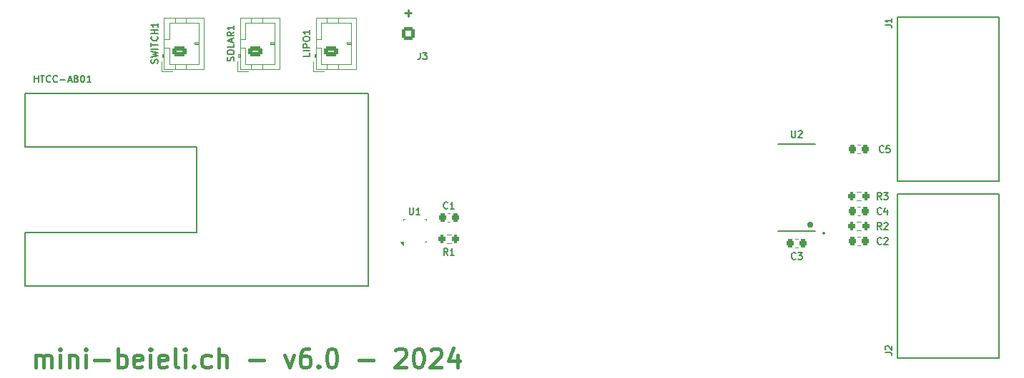
<source format=gbr>
G04 #@! TF.GenerationSoftware,KiCad,Pcbnew,8.0.3*
G04 #@! TF.CreationDate,2024-07-15T20:50:50+02:00*
G04 #@! TF.ProjectId,mini-beieli-pcb-cubecell,6d696e69-2d62-4656-9965-6c692d706362,rev?*
G04 #@! TF.SameCoordinates,Original*
G04 #@! TF.FileFunction,Legend,Top*
G04 #@! TF.FilePolarity,Positive*
%FSLAX46Y46*%
G04 Gerber Fmt 4.6, Leading zero omitted, Abs format (unit mm)*
G04 Created by KiCad (PCBNEW 8.0.3) date 2024-07-15 20:50:50*
%MOMM*%
%LPD*%
G01*
G04 APERTURE LIST*
G04 Aperture macros list*
%AMRoundRect*
0 Rectangle with rounded corners*
0 $1 Rounding radius*
0 $2 $3 $4 $5 $6 $7 $8 $9 X,Y pos of 4 corners*
0 Add a 4 corners polygon primitive as box body*
4,1,4,$2,$3,$4,$5,$6,$7,$8,$9,$2,$3,0*
0 Add four circle primitives for the rounded corners*
1,1,$1+$1,$2,$3*
1,1,$1+$1,$4,$5*
1,1,$1+$1,$6,$7*
1,1,$1+$1,$8,$9*
0 Add four rect primitives between the rounded corners*
20,1,$1+$1,$2,$3,$4,$5,0*
20,1,$1+$1,$4,$5,$6,$7,0*
20,1,$1+$1,$6,$7,$8,$9,0*
20,1,$1+$1,$8,$9,$2,$3,0*%
G04 Aperture macros list end*
%ADD10C,0.400000*%
%ADD11C,0.250000*%
%ADD12C,0.150000*%
%ADD13C,0.120000*%
%ADD14C,0.127000*%
%ADD15C,0.100000*%
%ADD16C,0.200000*%
%ADD17C,0.300000*%
%ADD18RoundRect,0.225000X-0.225000X-0.250000X0.225000X-0.250000X0.225000X0.250000X-0.225000X0.250000X0*%
%ADD19C,2.400000*%
%ADD20C,2.850000*%
%ADD21C,2.000000*%
%ADD22RoundRect,0.200000X-0.200000X-0.275000X0.200000X-0.275000X0.200000X0.275000X-0.200000X0.275000X0*%
%ADD23RoundRect,0.250000X0.625000X-0.350000X0.625000X0.350000X-0.625000X0.350000X-0.625000X-0.350000X0*%
%ADD24O,1.750000X1.200000*%
%ADD25R,0.500000X0.350000*%
%ADD26R,1.800000X1.800000*%
%ADD27C,1.800000*%
%ADD28R,1.800000X0.640000*%
%ADD29RoundRect,0.250000X-0.550000X-0.550000X0.550000X-0.550000X0.550000X0.550000X-0.550000X0.550000X0*%
%ADD30C,1.600000*%
G04 APERTURE END LIST*
D10*
X42961906Y-78466961D02*
X42961906Y-77000295D01*
X42961906Y-77209819D02*
X43066668Y-77105057D01*
X43066668Y-77105057D02*
X43276192Y-77000295D01*
X43276192Y-77000295D02*
X43590477Y-77000295D01*
X43590477Y-77000295D02*
X43800001Y-77105057D01*
X43800001Y-77105057D02*
X43904763Y-77314580D01*
X43904763Y-77314580D02*
X43904763Y-78466961D01*
X43904763Y-77314580D02*
X44009525Y-77105057D01*
X44009525Y-77105057D02*
X44219049Y-77000295D01*
X44219049Y-77000295D02*
X44533335Y-77000295D01*
X44533335Y-77000295D02*
X44742858Y-77105057D01*
X44742858Y-77105057D02*
X44847620Y-77314580D01*
X44847620Y-77314580D02*
X44847620Y-78466961D01*
X45895239Y-78466961D02*
X45895239Y-77000295D01*
X45895239Y-76266961D02*
X45790477Y-76371723D01*
X45790477Y-76371723D02*
X45895239Y-76476485D01*
X45895239Y-76476485D02*
X46000001Y-76371723D01*
X46000001Y-76371723D02*
X45895239Y-76266961D01*
X45895239Y-76266961D02*
X45895239Y-76476485D01*
X46942858Y-77000295D02*
X46942858Y-78466961D01*
X46942858Y-77209819D02*
X47047620Y-77105057D01*
X47047620Y-77105057D02*
X47257144Y-77000295D01*
X47257144Y-77000295D02*
X47571429Y-77000295D01*
X47571429Y-77000295D02*
X47780953Y-77105057D01*
X47780953Y-77105057D02*
X47885715Y-77314580D01*
X47885715Y-77314580D02*
X47885715Y-78466961D01*
X48933334Y-78466961D02*
X48933334Y-77000295D01*
X48933334Y-76266961D02*
X48828572Y-76371723D01*
X48828572Y-76371723D02*
X48933334Y-76476485D01*
X48933334Y-76476485D02*
X49038096Y-76371723D01*
X49038096Y-76371723D02*
X48933334Y-76266961D01*
X48933334Y-76266961D02*
X48933334Y-76476485D01*
X49980953Y-77628866D02*
X51657144Y-77628866D01*
X52704763Y-78466961D02*
X52704763Y-76266961D01*
X52704763Y-77105057D02*
X52914287Y-77000295D01*
X52914287Y-77000295D02*
X53333334Y-77000295D01*
X53333334Y-77000295D02*
X53542858Y-77105057D01*
X53542858Y-77105057D02*
X53647620Y-77209819D01*
X53647620Y-77209819D02*
X53752382Y-77419342D01*
X53752382Y-77419342D02*
X53752382Y-78047914D01*
X53752382Y-78047914D02*
X53647620Y-78257438D01*
X53647620Y-78257438D02*
X53542858Y-78362200D01*
X53542858Y-78362200D02*
X53333334Y-78466961D01*
X53333334Y-78466961D02*
X52914287Y-78466961D01*
X52914287Y-78466961D02*
X52704763Y-78362200D01*
X55533334Y-78362200D02*
X55323810Y-78466961D01*
X55323810Y-78466961D02*
X54904763Y-78466961D01*
X54904763Y-78466961D02*
X54695239Y-78362200D01*
X54695239Y-78362200D02*
X54590477Y-78152676D01*
X54590477Y-78152676D02*
X54590477Y-77314580D01*
X54590477Y-77314580D02*
X54695239Y-77105057D01*
X54695239Y-77105057D02*
X54904763Y-77000295D01*
X54904763Y-77000295D02*
X55323810Y-77000295D01*
X55323810Y-77000295D02*
X55533334Y-77105057D01*
X55533334Y-77105057D02*
X55638096Y-77314580D01*
X55638096Y-77314580D02*
X55638096Y-77524104D01*
X55638096Y-77524104D02*
X54590477Y-77733628D01*
X56580953Y-78466961D02*
X56580953Y-77000295D01*
X56580953Y-76266961D02*
X56476191Y-76371723D01*
X56476191Y-76371723D02*
X56580953Y-76476485D01*
X56580953Y-76476485D02*
X56685715Y-76371723D01*
X56685715Y-76371723D02*
X56580953Y-76266961D01*
X56580953Y-76266961D02*
X56580953Y-76476485D01*
X58466667Y-78362200D02*
X58257143Y-78466961D01*
X58257143Y-78466961D02*
X57838096Y-78466961D01*
X57838096Y-78466961D02*
X57628572Y-78362200D01*
X57628572Y-78362200D02*
X57523810Y-78152676D01*
X57523810Y-78152676D02*
X57523810Y-77314580D01*
X57523810Y-77314580D02*
X57628572Y-77105057D01*
X57628572Y-77105057D02*
X57838096Y-77000295D01*
X57838096Y-77000295D02*
X58257143Y-77000295D01*
X58257143Y-77000295D02*
X58466667Y-77105057D01*
X58466667Y-77105057D02*
X58571429Y-77314580D01*
X58571429Y-77314580D02*
X58571429Y-77524104D01*
X58571429Y-77524104D02*
X57523810Y-77733628D01*
X59828572Y-78466961D02*
X59619048Y-78362200D01*
X59619048Y-78362200D02*
X59514286Y-78152676D01*
X59514286Y-78152676D02*
X59514286Y-76266961D01*
X60666667Y-78466961D02*
X60666667Y-77000295D01*
X60666667Y-76266961D02*
X60561905Y-76371723D01*
X60561905Y-76371723D02*
X60666667Y-76476485D01*
X60666667Y-76476485D02*
X60771429Y-76371723D01*
X60771429Y-76371723D02*
X60666667Y-76266961D01*
X60666667Y-76266961D02*
X60666667Y-76476485D01*
X61714286Y-78257438D02*
X61819048Y-78362200D01*
X61819048Y-78362200D02*
X61714286Y-78466961D01*
X61714286Y-78466961D02*
X61609524Y-78362200D01*
X61609524Y-78362200D02*
X61714286Y-78257438D01*
X61714286Y-78257438D02*
X61714286Y-78466961D01*
X63704762Y-78362200D02*
X63495238Y-78466961D01*
X63495238Y-78466961D02*
X63076191Y-78466961D01*
X63076191Y-78466961D02*
X62866667Y-78362200D01*
X62866667Y-78362200D02*
X62761905Y-78257438D01*
X62761905Y-78257438D02*
X62657143Y-78047914D01*
X62657143Y-78047914D02*
X62657143Y-77419342D01*
X62657143Y-77419342D02*
X62761905Y-77209819D01*
X62761905Y-77209819D02*
X62866667Y-77105057D01*
X62866667Y-77105057D02*
X63076191Y-77000295D01*
X63076191Y-77000295D02*
X63495238Y-77000295D01*
X63495238Y-77000295D02*
X63704762Y-77105057D01*
X64647619Y-78466961D02*
X64647619Y-76266961D01*
X65590476Y-78466961D02*
X65590476Y-77314580D01*
X65590476Y-77314580D02*
X65485714Y-77105057D01*
X65485714Y-77105057D02*
X65276190Y-77000295D01*
X65276190Y-77000295D02*
X64961905Y-77000295D01*
X64961905Y-77000295D02*
X64752381Y-77105057D01*
X64752381Y-77105057D02*
X64647619Y-77209819D01*
X68314285Y-77628866D02*
X69990476Y-77628866D01*
X72504761Y-77000295D02*
X73028571Y-78466961D01*
X73028571Y-78466961D02*
X73552380Y-77000295D01*
X75333332Y-76266961D02*
X74914285Y-76266961D01*
X74914285Y-76266961D02*
X74704761Y-76371723D01*
X74704761Y-76371723D02*
X74599999Y-76476485D01*
X74599999Y-76476485D02*
X74390475Y-76790771D01*
X74390475Y-76790771D02*
X74285713Y-77209819D01*
X74285713Y-77209819D02*
X74285713Y-78047914D01*
X74285713Y-78047914D02*
X74390475Y-78257438D01*
X74390475Y-78257438D02*
X74495237Y-78362200D01*
X74495237Y-78362200D02*
X74704761Y-78466961D01*
X74704761Y-78466961D02*
X75123808Y-78466961D01*
X75123808Y-78466961D02*
X75333332Y-78362200D01*
X75333332Y-78362200D02*
X75438094Y-78257438D01*
X75438094Y-78257438D02*
X75542856Y-78047914D01*
X75542856Y-78047914D02*
X75542856Y-77524104D01*
X75542856Y-77524104D02*
X75438094Y-77314580D01*
X75438094Y-77314580D02*
X75333332Y-77209819D01*
X75333332Y-77209819D02*
X75123808Y-77105057D01*
X75123808Y-77105057D02*
X74704761Y-77105057D01*
X74704761Y-77105057D02*
X74495237Y-77209819D01*
X74495237Y-77209819D02*
X74390475Y-77314580D01*
X74390475Y-77314580D02*
X74285713Y-77524104D01*
X76485713Y-78257438D02*
X76590475Y-78362200D01*
X76590475Y-78362200D02*
X76485713Y-78466961D01*
X76485713Y-78466961D02*
X76380951Y-78362200D01*
X76380951Y-78362200D02*
X76485713Y-78257438D01*
X76485713Y-78257438D02*
X76485713Y-78466961D01*
X77952380Y-76266961D02*
X78161903Y-76266961D01*
X78161903Y-76266961D02*
X78371427Y-76371723D01*
X78371427Y-76371723D02*
X78476189Y-76476485D01*
X78476189Y-76476485D02*
X78580951Y-76686009D01*
X78580951Y-76686009D02*
X78685713Y-77105057D01*
X78685713Y-77105057D02*
X78685713Y-77628866D01*
X78685713Y-77628866D02*
X78580951Y-78047914D01*
X78580951Y-78047914D02*
X78476189Y-78257438D01*
X78476189Y-78257438D02*
X78371427Y-78362200D01*
X78371427Y-78362200D02*
X78161903Y-78466961D01*
X78161903Y-78466961D02*
X77952380Y-78466961D01*
X77952380Y-78466961D02*
X77742856Y-78362200D01*
X77742856Y-78362200D02*
X77638094Y-78257438D01*
X77638094Y-78257438D02*
X77533332Y-78047914D01*
X77533332Y-78047914D02*
X77428570Y-77628866D01*
X77428570Y-77628866D02*
X77428570Y-77105057D01*
X77428570Y-77105057D02*
X77533332Y-76686009D01*
X77533332Y-76686009D02*
X77638094Y-76476485D01*
X77638094Y-76476485D02*
X77742856Y-76371723D01*
X77742856Y-76371723D02*
X77952380Y-76266961D01*
X81304760Y-77628866D02*
X82980951Y-77628866D01*
X85599998Y-76476485D02*
X85704760Y-76371723D01*
X85704760Y-76371723D02*
X85914284Y-76266961D01*
X85914284Y-76266961D02*
X86438093Y-76266961D01*
X86438093Y-76266961D02*
X86647617Y-76371723D01*
X86647617Y-76371723D02*
X86752379Y-76476485D01*
X86752379Y-76476485D02*
X86857141Y-76686009D01*
X86857141Y-76686009D02*
X86857141Y-76895533D01*
X86857141Y-76895533D02*
X86752379Y-77209819D01*
X86752379Y-77209819D02*
X85495236Y-78466961D01*
X85495236Y-78466961D02*
X86857141Y-78466961D01*
X88219046Y-76266961D02*
X88428569Y-76266961D01*
X88428569Y-76266961D02*
X88638093Y-76371723D01*
X88638093Y-76371723D02*
X88742855Y-76476485D01*
X88742855Y-76476485D02*
X88847617Y-76686009D01*
X88847617Y-76686009D02*
X88952379Y-77105057D01*
X88952379Y-77105057D02*
X88952379Y-77628866D01*
X88952379Y-77628866D02*
X88847617Y-78047914D01*
X88847617Y-78047914D02*
X88742855Y-78257438D01*
X88742855Y-78257438D02*
X88638093Y-78362200D01*
X88638093Y-78362200D02*
X88428569Y-78466961D01*
X88428569Y-78466961D02*
X88219046Y-78466961D01*
X88219046Y-78466961D02*
X88009522Y-78362200D01*
X88009522Y-78362200D02*
X87904760Y-78257438D01*
X87904760Y-78257438D02*
X87799998Y-78047914D01*
X87799998Y-78047914D02*
X87695236Y-77628866D01*
X87695236Y-77628866D02*
X87695236Y-77105057D01*
X87695236Y-77105057D02*
X87799998Y-76686009D01*
X87799998Y-76686009D02*
X87904760Y-76476485D01*
X87904760Y-76476485D02*
X88009522Y-76371723D01*
X88009522Y-76371723D02*
X88219046Y-76266961D01*
X89790474Y-76476485D02*
X89895236Y-76371723D01*
X89895236Y-76371723D02*
X90104760Y-76266961D01*
X90104760Y-76266961D02*
X90628569Y-76266961D01*
X90628569Y-76266961D02*
X90838093Y-76371723D01*
X90838093Y-76371723D02*
X90942855Y-76476485D01*
X90942855Y-76476485D02*
X91047617Y-76686009D01*
X91047617Y-76686009D02*
X91047617Y-76895533D01*
X91047617Y-76895533D02*
X90942855Y-77209819D01*
X90942855Y-77209819D02*
X89685712Y-78466961D01*
X89685712Y-78466961D02*
X91047617Y-78466961D01*
X92933331Y-77000295D02*
X92933331Y-78466961D01*
X92409522Y-76162200D02*
X91885712Y-77733628D01*
X91885712Y-77733628D02*
X93247617Y-77733628D01*
D11*
X86719048Y-36423666D02*
X87480953Y-36423666D01*
X87100000Y-36804619D02*
X87100000Y-36042714D01*
D12*
X143122667Y-63786104D02*
X143084571Y-63824200D01*
X143084571Y-63824200D02*
X142970286Y-63862295D01*
X142970286Y-63862295D02*
X142894095Y-63862295D01*
X142894095Y-63862295D02*
X142779809Y-63824200D01*
X142779809Y-63824200D02*
X142703619Y-63748009D01*
X142703619Y-63748009D02*
X142665524Y-63671819D01*
X142665524Y-63671819D02*
X142627428Y-63519438D01*
X142627428Y-63519438D02*
X142627428Y-63405152D01*
X142627428Y-63405152D02*
X142665524Y-63252771D01*
X142665524Y-63252771D02*
X142703619Y-63176580D01*
X142703619Y-63176580D02*
X142779809Y-63100390D01*
X142779809Y-63100390D02*
X142894095Y-63062295D01*
X142894095Y-63062295D02*
X142970286Y-63062295D01*
X142970286Y-63062295D02*
X143084571Y-63100390D01*
X143084571Y-63100390D02*
X143122667Y-63138485D01*
X143427428Y-63138485D02*
X143465524Y-63100390D01*
X143465524Y-63100390D02*
X143541714Y-63062295D01*
X143541714Y-63062295D02*
X143732190Y-63062295D01*
X143732190Y-63062295D02*
X143808381Y-63100390D01*
X143808381Y-63100390D02*
X143846476Y-63138485D01*
X143846476Y-63138485D02*
X143884571Y-63214676D01*
X143884571Y-63214676D02*
X143884571Y-63290866D01*
X143884571Y-63290866D02*
X143846476Y-63405152D01*
X143846476Y-63405152D02*
X143389333Y-63862295D01*
X143389333Y-63862295D02*
X143884571Y-63862295D01*
X143580295Y-37858666D02*
X144151723Y-37858666D01*
X144151723Y-37858666D02*
X144266009Y-37896761D01*
X144266009Y-37896761D02*
X144342200Y-37972952D01*
X144342200Y-37972952D02*
X144380295Y-38087237D01*
X144380295Y-38087237D02*
X144380295Y-38163428D01*
X144380295Y-37058666D02*
X144380295Y-37515809D01*
X144380295Y-37287237D02*
X143580295Y-37287237D01*
X143580295Y-37287237D02*
X143694580Y-37363428D01*
X143694580Y-37363428D02*
X143770771Y-37439618D01*
X143770771Y-37439618D02*
X143808866Y-37515809D01*
X143580295Y-76720666D02*
X144151723Y-76720666D01*
X144151723Y-76720666D02*
X144266009Y-76758761D01*
X144266009Y-76758761D02*
X144342200Y-76834952D01*
X144342200Y-76834952D02*
X144380295Y-76949237D01*
X144380295Y-76949237D02*
X144380295Y-77025428D01*
X143656485Y-76377809D02*
X143618390Y-76339713D01*
X143618390Y-76339713D02*
X143580295Y-76263523D01*
X143580295Y-76263523D02*
X143580295Y-76073047D01*
X143580295Y-76073047D02*
X143618390Y-75996856D01*
X143618390Y-75996856D02*
X143656485Y-75958761D01*
X143656485Y-75958761D02*
X143732676Y-75920666D01*
X143732676Y-75920666D02*
X143808866Y-75920666D01*
X143808866Y-75920666D02*
X143923152Y-75958761D01*
X143923152Y-75958761D02*
X144380295Y-76415904D01*
X144380295Y-76415904D02*
X144380295Y-75920666D01*
X143122667Y-62084295D02*
X142856000Y-61703342D01*
X142665524Y-62084295D02*
X142665524Y-61284295D01*
X142665524Y-61284295D02*
X142970286Y-61284295D01*
X142970286Y-61284295D02*
X143046476Y-61322390D01*
X143046476Y-61322390D02*
X143084571Y-61360485D01*
X143084571Y-61360485D02*
X143122667Y-61436676D01*
X143122667Y-61436676D02*
X143122667Y-61550961D01*
X143122667Y-61550961D02*
X143084571Y-61627152D01*
X143084571Y-61627152D02*
X143046476Y-61665247D01*
X143046476Y-61665247D02*
X142970286Y-61703342D01*
X142970286Y-61703342D02*
X142665524Y-61703342D01*
X143427428Y-61360485D02*
X143465524Y-61322390D01*
X143465524Y-61322390D02*
X143541714Y-61284295D01*
X143541714Y-61284295D02*
X143732190Y-61284295D01*
X143732190Y-61284295D02*
X143808381Y-61322390D01*
X143808381Y-61322390D02*
X143846476Y-61360485D01*
X143846476Y-61360485D02*
X143884571Y-61436676D01*
X143884571Y-61436676D02*
X143884571Y-61512866D01*
X143884571Y-61512866D02*
X143846476Y-61627152D01*
X143846476Y-61627152D02*
X143389333Y-62084295D01*
X143389333Y-62084295D02*
X143884571Y-62084295D01*
X66424200Y-42095238D02*
X66462295Y-41980952D01*
X66462295Y-41980952D02*
X66462295Y-41790476D01*
X66462295Y-41790476D02*
X66424200Y-41714285D01*
X66424200Y-41714285D02*
X66386104Y-41676190D01*
X66386104Y-41676190D02*
X66309914Y-41638095D01*
X66309914Y-41638095D02*
X66233723Y-41638095D01*
X66233723Y-41638095D02*
X66157533Y-41676190D01*
X66157533Y-41676190D02*
X66119438Y-41714285D01*
X66119438Y-41714285D02*
X66081342Y-41790476D01*
X66081342Y-41790476D02*
X66043247Y-41942857D01*
X66043247Y-41942857D02*
X66005152Y-42019047D01*
X66005152Y-42019047D02*
X65967057Y-42057142D01*
X65967057Y-42057142D02*
X65890866Y-42095238D01*
X65890866Y-42095238D02*
X65814676Y-42095238D01*
X65814676Y-42095238D02*
X65738485Y-42057142D01*
X65738485Y-42057142D02*
X65700390Y-42019047D01*
X65700390Y-42019047D02*
X65662295Y-41942857D01*
X65662295Y-41942857D02*
X65662295Y-41752380D01*
X65662295Y-41752380D02*
X65700390Y-41638095D01*
X65662295Y-41142856D02*
X65662295Y-40990475D01*
X65662295Y-40990475D02*
X65700390Y-40914285D01*
X65700390Y-40914285D02*
X65776580Y-40838094D01*
X65776580Y-40838094D02*
X65928961Y-40799999D01*
X65928961Y-40799999D02*
X66195628Y-40799999D01*
X66195628Y-40799999D02*
X66348009Y-40838094D01*
X66348009Y-40838094D02*
X66424200Y-40914285D01*
X66424200Y-40914285D02*
X66462295Y-40990475D01*
X66462295Y-40990475D02*
X66462295Y-41142856D01*
X66462295Y-41142856D02*
X66424200Y-41219047D01*
X66424200Y-41219047D02*
X66348009Y-41295237D01*
X66348009Y-41295237D02*
X66195628Y-41333333D01*
X66195628Y-41333333D02*
X65928961Y-41333333D01*
X65928961Y-41333333D02*
X65776580Y-41295237D01*
X65776580Y-41295237D02*
X65700390Y-41219047D01*
X65700390Y-41219047D02*
X65662295Y-41142856D01*
X66462295Y-40076190D02*
X66462295Y-40457142D01*
X66462295Y-40457142D02*
X65662295Y-40457142D01*
X66233723Y-39847619D02*
X66233723Y-39466666D01*
X66462295Y-39923809D02*
X65662295Y-39657142D01*
X65662295Y-39657142D02*
X66462295Y-39390476D01*
X66462295Y-38666666D02*
X66081342Y-38933333D01*
X66462295Y-39123809D02*
X65662295Y-39123809D01*
X65662295Y-39123809D02*
X65662295Y-38819047D01*
X65662295Y-38819047D02*
X65700390Y-38742857D01*
X65700390Y-38742857D02*
X65738485Y-38704762D01*
X65738485Y-38704762D02*
X65814676Y-38666666D01*
X65814676Y-38666666D02*
X65928961Y-38666666D01*
X65928961Y-38666666D02*
X66005152Y-38704762D01*
X66005152Y-38704762D02*
X66043247Y-38742857D01*
X66043247Y-38742857D02*
X66081342Y-38819047D01*
X66081342Y-38819047D02*
X66081342Y-39123809D01*
X66462295Y-37904762D02*
X66462295Y-38361905D01*
X66462295Y-38133333D02*
X65662295Y-38133333D01*
X65662295Y-38133333D02*
X65776580Y-38209524D01*
X65776580Y-38209524D02*
X65852771Y-38285714D01*
X65852771Y-38285714D02*
X65890866Y-38361905D01*
X143376667Y-52864104D02*
X143338571Y-52902200D01*
X143338571Y-52902200D02*
X143224286Y-52940295D01*
X143224286Y-52940295D02*
X143148095Y-52940295D01*
X143148095Y-52940295D02*
X143033809Y-52902200D01*
X143033809Y-52902200D02*
X142957619Y-52826009D01*
X142957619Y-52826009D02*
X142919524Y-52749819D01*
X142919524Y-52749819D02*
X142881428Y-52597438D01*
X142881428Y-52597438D02*
X142881428Y-52483152D01*
X142881428Y-52483152D02*
X142919524Y-52330771D01*
X142919524Y-52330771D02*
X142957619Y-52254580D01*
X142957619Y-52254580D02*
X143033809Y-52178390D01*
X143033809Y-52178390D02*
X143148095Y-52140295D01*
X143148095Y-52140295D02*
X143224286Y-52140295D01*
X143224286Y-52140295D02*
X143338571Y-52178390D01*
X143338571Y-52178390D02*
X143376667Y-52216485D01*
X144100476Y-52140295D02*
X143719524Y-52140295D01*
X143719524Y-52140295D02*
X143681428Y-52521247D01*
X143681428Y-52521247D02*
X143719524Y-52483152D01*
X143719524Y-52483152D02*
X143795714Y-52445057D01*
X143795714Y-52445057D02*
X143986190Y-52445057D01*
X143986190Y-52445057D02*
X144062381Y-52483152D01*
X144062381Y-52483152D02*
X144100476Y-52521247D01*
X144100476Y-52521247D02*
X144138571Y-52597438D01*
X144138571Y-52597438D02*
X144138571Y-52787914D01*
X144138571Y-52787914D02*
X144100476Y-52864104D01*
X144100476Y-52864104D02*
X144062381Y-52902200D01*
X144062381Y-52902200D02*
X143986190Y-52940295D01*
X143986190Y-52940295D02*
X143795714Y-52940295D01*
X143795714Y-52940295D02*
X143719524Y-52902200D01*
X143719524Y-52902200D02*
X143681428Y-52864104D01*
X143122667Y-60230104D02*
X143084571Y-60268200D01*
X143084571Y-60268200D02*
X142970286Y-60306295D01*
X142970286Y-60306295D02*
X142894095Y-60306295D01*
X142894095Y-60306295D02*
X142779809Y-60268200D01*
X142779809Y-60268200D02*
X142703619Y-60192009D01*
X142703619Y-60192009D02*
X142665524Y-60115819D01*
X142665524Y-60115819D02*
X142627428Y-59963438D01*
X142627428Y-59963438D02*
X142627428Y-59849152D01*
X142627428Y-59849152D02*
X142665524Y-59696771D01*
X142665524Y-59696771D02*
X142703619Y-59620580D01*
X142703619Y-59620580D02*
X142779809Y-59544390D01*
X142779809Y-59544390D02*
X142894095Y-59506295D01*
X142894095Y-59506295D02*
X142970286Y-59506295D01*
X142970286Y-59506295D02*
X143084571Y-59544390D01*
X143084571Y-59544390D02*
X143122667Y-59582485D01*
X143808381Y-59772961D02*
X143808381Y-60306295D01*
X143617905Y-59468200D02*
X143427428Y-60039628D01*
X143427428Y-60039628D02*
X143922667Y-60039628D01*
X143122667Y-58528295D02*
X142856000Y-58147342D01*
X142665524Y-58528295D02*
X142665524Y-57728295D01*
X142665524Y-57728295D02*
X142970286Y-57728295D01*
X142970286Y-57728295D02*
X143046476Y-57766390D01*
X143046476Y-57766390D02*
X143084571Y-57804485D01*
X143084571Y-57804485D02*
X143122667Y-57880676D01*
X143122667Y-57880676D02*
X143122667Y-57994961D01*
X143122667Y-57994961D02*
X143084571Y-58071152D01*
X143084571Y-58071152D02*
X143046476Y-58109247D01*
X143046476Y-58109247D02*
X142970286Y-58147342D01*
X142970286Y-58147342D02*
X142665524Y-58147342D01*
X143389333Y-57728295D02*
X143884571Y-57728295D01*
X143884571Y-57728295D02*
X143617905Y-58033057D01*
X143617905Y-58033057D02*
X143732190Y-58033057D01*
X143732190Y-58033057D02*
X143808381Y-58071152D01*
X143808381Y-58071152D02*
X143846476Y-58109247D01*
X143846476Y-58109247D02*
X143884571Y-58185438D01*
X143884571Y-58185438D02*
X143884571Y-58375914D01*
X143884571Y-58375914D02*
X143846476Y-58452104D01*
X143846476Y-58452104D02*
X143808381Y-58490200D01*
X143808381Y-58490200D02*
X143732190Y-58528295D01*
X143732190Y-58528295D02*
X143503619Y-58528295D01*
X143503619Y-58528295D02*
X143427428Y-58490200D01*
X143427428Y-58490200D02*
X143389333Y-58452104D01*
X132962667Y-65564104D02*
X132924571Y-65602200D01*
X132924571Y-65602200D02*
X132810286Y-65640295D01*
X132810286Y-65640295D02*
X132734095Y-65640295D01*
X132734095Y-65640295D02*
X132619809Y-65602200D01*
X132619809Y-65602200D02*
X132543619Y-65526009D01*
X132543619Y-65526009D02*
X132505524Y-65449819D01*
X132505524Y-65449819D02*
X132467428Y-65297438D01*
X132467428Y-65297438D02*
X132467428Y-65183152D01*
X132467428Y-65183152D02*
X132505524Y-65030771D01*
X132505524Y-65030771D02*
X132543619Y-64954580D01*
X132543619Y-64954580D02*
X132619809Y-64878390D01*
X132619809Y-64878390D02*
X132734095Y-64840295D01*
X132734095Y-64840295D02*
X132810286Y-64840295D01*
X132810286Y-64840295D02*
X132924571Y-64878390D01*
X132924571Y-64878390D02*
X132962667Y-64916485D01*
X133229333Y-64840295D02*
X133724571Y-64840295D01*
X133724571Y-64840295D02*
X133457905Y-65145057D01*
X133457905Y-65145057D02*
X133572190Y-65145057D01*
X133572190Y-65145057D02*
X133648381Y-65183152D01*
X133648381Y-65183152D02*
X133686476Y-65221247D01*
X133686476Y-65221247D02*
X133724571Y-65297438D01*
X133724571Y-65297438D02*
X133724571Y-65487914D01*
X133724571Y-65487914D02*
X133686476Y-65564104D01*
X133686476Y-65564104D02*
X133648381Y-65602200D01*
X133648381Y-65602200D02*
X133572190Y-65640295D01*
X133572190Y-65640295D02*
X133343619Y-65640295D01*
X133343619Y-65640295D02*
X133267428Y-65602200D01*
X133267428Y-65602200D02*
X133229333Y-65564104D01*
X91782667Y-59578104D02*
X91744571Y-59616200D01*
X91744571Y-59616200D02*
X91630286Y-59654295D01*
X91630286Y-59654295D02*
X91554095Y-59654295D01*
X91554095Y-59654295D02*
X91439809Y-59616200D01*
X91439809Y-59616200D02*
X91363619Y-59540009D01*
X91363619Y-59540009D02*
X91325524Y-59463819D01*
X91325524Y-59463819D02*
X91287428Y-59311438D01*
X91287428Y-59311438D02*
X91287428Y-59197152D01*
X91287428Y-59197152D02*
X91325524Y-59044771D01*
X91325524Y-59044771D02*
X91363619Y-58968580D01*
X91363619Y-58968580D02*
X91439809Y-58892390D01*
X91439809Y-58892390D02*
X91554095Y-58854295D01*
X91554095Y-58854295D02*
X91630286Y-58854295D01*
X91630286Y-58854295D02*
X91744571Y-58892390D01*
X91744571Y-58892390D02*
X91782667Y-58930485D01*
X92544571Y-59654295D02*
X92087428Y-59654295D01*
X92316000Y-59654295D02*
X92316000Y-58854295D01*
X92316000Y-58854295D02*
X92239809Y-58968580D01*
X92239809Y-58968580D02*
X92163619Y-59044771D01*
X92163619Y-59044771D02*
X92087428Y-59082866D01*
X91782667Y-65148295D02*
X91516000Y-64767342D01*
X91325524Y-65148295D02*
X91325524Y-64348295D01*
X91325524Y-64348295D02*
X91630286Y-64348295D01*
X91630286Y-64348295D02*
X91706476Y-64386390D01*
X91706476Y-64386390D02*
X91744571Y-64424485D01*
X91744571Y-64424485D02*
X91782667Y-64500676D01*
X91782667Y-64500676D02*
X91782667Y-64614961D01*
X91782667Y-64614961D02*
X91744571Y-64691152D01*
X91744571Y-64691152D02*
X91706476Y-64729247D01*
X91706476Y-64729247D02*
X91630286Y-64767342D01*
X91630286Y-64767342D02*
X91325524Y-64767342D01*
X92544571Y-65148295D02*
X92087428Y-65148295D01*
X92316000Y-65148295D02*
X92316000Y-64348295D01*
X92316000Y-64348295D02*
X92239809Y-64462580D01*
X92239809Y-64462580D02*
X92163619Y-64538771D01*
X92163619Y-64538771D02*
X92087428Y-64576866D01*
X87242476Y-59522295D02*
X87242476Y-60169914D01*
X87242476Y-60169914D02*
X87280571Y-60246104D01*
X87280571Y-60246104D02*
X87318666Y-60284200D01*
X87318666Y-60284200D02*
X87394857Y-60322295D01*
X87394857Y-60322295D02*
X87547238Y-60322295D01*
X87547238Y-60322295D02*
X87623428Y-60284200D01*
X87623428Y-60284200D02*
X87661523Y-60246104D01*
X87661523Y-60246104D02*
X87699619Y-60169914D01*
X87699619Y-60169914D02*
X87699619Y-59522295D01*
X88499618Y-60322295D02*
X88042475Y-60322295D01*
X88271047Y-60322295D02*
X88271047Y-59522295D01*
X88271047Y-59522295D02*
X88194856Y-59636580D01*
X88194856Y-59636580D02*
X88118666Y-59712771D01*
X88118666Y-59712771D02*
X88042475Y-59750866D01*
X42846667Y-44617295D02*
X42846667Y-43817295D01*
X42846667Y-44198247D02*
X43303810Y-44198247D01*
X43303810Y-44617295D02*
X43303810Y-43817295D01*
X43570476Y-43817295D02*
X44027619Y-43817295D01*
X43799047Y-44617295D02*
X43799047Y-43817295D01*
X44751429Y-44541104D02*
X44713333Y-44579200D01*
X44713333Y-44579200D02*
X44599048Y-44617295D01*
X44599048Y-44617295D02*
X44522857Y-44617295D01*
X44522857Y-44617295D02*
X44408571Y-44579200D01*
X44408571Y-44579200D02*
X44332381Y-44503009D01*
X44332381Y-44503009D02*
X44294286Y-44426819D01*
X44294286Y-44426819D02*
X44256190Y-44274438D01*
X44256190Y-44274438D02*
X44256190Y-44160152D01*
X44256190Y-44160152D02*
X44294286Y-44007771D01*
X44294286Y-44007771D02*
X44332381Y-43931580D01*
X44332381Y-43931580D02*
X44408571Y-43855390D01*
X44408571Y-43855390D02*
X44522857Y-43817295D01*
X44522857Y-43817295D02*
X44599048Y-43817295D01*
X44599048Y-43817295D02*
X44713333Y-43855390D01*
X44713333Y-43855390D02*
X44751429Y-43893485D01*
X45551429Y-44541104D02*
X45513333Y-44579200D01*
X45513333Y-44579200D02*
X45399048Y-44617295D01*
X45399048Y-44617295D02*
X45322857Y-44617295D01*
X45322857Y-44617295D02*
X45208571Y-44579200D01*
X45208571Y-44579200D02*
X45132381Y-44503009D01*
X45132381Y-44503009D02*
X45094286Y-44426819D01*
X45094286Y-44426819D02*
X45056190Y-44274438D01*
X45056190Y-44274438D02*
X45056190Y-44160152D01*
X45056190Y-44160152D02*
X45094286Y-44007771D01*
X45094286Y-44007771D02*
X45132381Y-43931580D01*
X45132381Y-43931580D02*
X45208571Y-43855390D01*
X45208571Y-43855390D02*
X45322857Y-43817295D01*
X45322857Y-43817295D02*
X45399048Y-43817295D01*
X45399048Y-43817295D02*
X45513333Y-43855390D01*
X45513333Y-43855390D02*
X45551429Y-43893485D01*
X45894286Y-44312533D02*
X46503810Y-44312533D01*
X46846666Y-44388723D02*
X47227619Y-44388723D01*
X46770476Y-44617295D02*
X47037143Y-43817295D01*
X47037143Y-43817295D02*
X47303809Y-44617295D01*
X47837142Y-44198247D02*
X47951428Y-44236342D01*
X47951428Y-44236342D02*
X47989523Y-44274438D01*
X47989523Y-44274438D02*
X48027619Y-44350628D01*
X48027619Y-44350628D02*
X48027619Y-44464914D01*
X48027619Y-44464914D02*
X47989523Y-44541104D01*
X47989523Y-44541104D02*
X47951428Y-44579200D01*
X47951428Y-44579200D02*
X47875238Y-44617295D01*
X47875238Y-44617295D02*
X47570476Y-44617295D01*
X47570476Y-44617295D02*
X47570476Y-43817295D01*
X47570476Y-43817295D02*
X47837142Y-43817295D01*
X47837142Y-43817295D02*
X47913333Y-43855390D01*
X47913333Y-43855390D02*
X47951428Y-43893485D01*
X47951428Y-43893485D02*
X47989523Y-43969676D01*
X47989523Y-43969676D02*
X47989523Y-44045866D01*
X47989523Y-44045866D02*
X47951428Y-44122057D01*
X47951428Y-44122057D02*
X47913333Y-44160152D01*
X47913333Y-44160152D02*
X47837142Y-44198247D01*
X47837142Y-44198247D02*
X47570476Y-44198247D01*
X48522857Y-43817295D02*
X48599047Y-43817295D01*
X48599047Y-43817295D02*
X48675238Y-43855390D01*
X48675238Y-43855390D02*
X48713333Y-43893485D01*
X48713333Y-43893485D02*
X48751428Y-43969676D01*
X48751428Y-43969676D02*
X48789523Y-44122057D01*
X48789523Y-44122057D02*
X48789523Y-44312533D01*
X48789523Y-44312533D02*
X48751428Y-44464914D01*
X48751428Y-44464914D02*
X48713333Y-44541104D01*
X48713333Y-44541104D02*
X48675238Y-44579200D01*
X48675238Y-44579200D02*
X48599047Y-44617295D01*
X48599047Y-44617295D02*
X48522857Y-44617295D01*
X48522857Y-44617295D02*
X48446666Y-44579200D01*
X48446666Y-44579200D02*
X48408571Y-44541104D01*
X48408571Y-44541104D02*
X48370476Y-44464914D01*
X48370476Y-44464914D02*
X48332380Y-44312533D01*
X48332380Y-44312533D02*
X48332380Y-44122057D01*
X48332380Y-44122057D02*
X48370476Y-43969676D01*
X48370476Y-43969676D02*
X48408571Y-43893485D01*
X48408571Y-43893485D02*
X48446666Y-43855390D01*
X48446666Y-43855390D02*
X48522857Y-43817295D01*
X49551428Y-44617295D02*
X49094285Y-44617295D01*
X49322857Y-44617295D02*
X49322857Y-43817295D01*
X49322857Y-43817295D02*
X49246666Y-43931580D01*
X49246666Y-43931580D02*
X49170476Y-44007771D01*
X49170476Y-44007771D02*
X49094285Y-44045866D01*
X132486476Y-50362295D02*
X132486476Y-51009914D01*
X132486476Y-51009914D02*
X132524571Y-51086104D01*
X132524571Y-51086104D02*
X132562666Y-51124200D01*
X132562666Y-51124200D02*
X132638857Y-51162295D01*
X132638857Y-51162295D02*
X132791238Y-51162295D01*
X132791238Y-51162295D02*
X132867428Y-51124200D01*
X132867428Y-51124200D02*
X132905523Y-51086104D01*
X132905523Y-51086104D02*
X132943619Y-51009914D01*
X132943619Y-51009914D02*
X132943619Y-50362295D01*
X133286475Y-50438485D02*
X133324571Y-50400390D01*
X133324571Y-50400390D02*
X133400761Y-50362295D01*
X133400761Y-50362295D02*
X133591237Y-50362295D01*
X133591237Y-50362295D02*
X133667428Y-50400390D01*
X133667428Y-50400390D02*
X133705523Y-50438485D01*
X133705523Y-50438485D02*
X133743618Y-50514676D01*
X133743618Y-50514676D02*
X133743618Y-50590866D01*
X133743618Y-50590866D02*
X133705523Y-50705152D01*
X133705523Y-50705152D02*
X133248380Y-51162295D01*
X133248380Y-51162295D02*
X133743618Y-51162295D01*
X88533333Y-41117295D02*
X88533333Y-41688723D01*
X88533333Y-41688723D02*
X88495238Y-41803009D01*
X88495238Y-41803009D02*
X88419047Y-41879200D01*
X88419047Y-41879200D02*
X88304762Y-41917295D01*
X88304762Y-41917295D02*
X88228571Y-41917295D01*
X88838095Y-41117295D02*
X89333333Y-41117295D01*
X89333333Y-41117295D02*
X89066667Y-41422057D01*
X89066667Y-41422057D02*
X89180952Y-41422057D01*
X89180952Y-41422057D02*
X89257143Y-41460152D01*
X89257143Y-41460152D02*
X89295238Y-41498247D01*
X89295238Y-41498247D02*
X89333333Y-41574438D01*
X89333333Y-41574438D02*
X89333333Y-41764914D01*
X89333333Y-41764914D02*
X89295238Y-41841104D01*
X89295238Y-41841104D02*
X89257143Y-41879200D01*
X89257143Y-41879200D02*
X89180952Y-41917295D01*
X89180952Y-41917295D02*
X88952381Y-41917295D01*
X88952381Y-41917295D02*
X88876190Y-41879200D01*
X88876190Y-41879200D02*
X88838095Y-41841104D01*
X75462295Y-41142856D02*
X75462295Y-41523808D01*
X75462295Y-41523808D02*
X74662295Y-41523808D01*
X75462295Y-40876189D02*
X74662295Y-40876189D01*
X75462295Y-40495237D02*
X74662295Y-40495237D01*
X74662295Y-40495237D02*
X74662295Y-40190475D01*
X74662295Y-40190475D02*
X74700390Y-40114285D01*
X74700390Y-40114285D02*
X74738485Y-40076190D01*
X74738485Y-40076190D02*
X74814676Y-40038094D01*
X74814676Y-40038094D02*
X74928961Y-40038094D01*
X74928961Y-40038094D02*
X75005152Y-40076190D01*
X75005152Y-40076190D02*
X75043247Y-40114285D01*
X75043247Y-40114285D02*
X75081342Y-40190475D01*
X75081342Y-40190475D02*
X75081342Y-40495237D01*
X74662295Y-39542856D02*
X74662295Y-39390475D01*
X74662295Y-39390475D02*
X74700390Y-39314285D01*
X74700390Y-39314285D02*
X74776580Y-39238094D01*
X74776580Y-39238094D02*
X74928961Y-39199999D01*
X74928961Y-39199999D02*
X75195628Y-39199999D01*
X75195628Y-39199999D02*
X75348009Y-39238094D01*
X75348009Y-39238094D02*
X75424200Y-39314285D01*
X75424200Y-39314285D02*
X75462295Y-39390475D01*
X75462295Y-39390475D02*
X75462295Y-39542856D01*
X75462295Y-39542856D02*
X75424200Y-39619047D01*
X75424200Y-39619047D02*
X75348009Y-39695237D01*
X75348009Y-39695237D02*
X75195628Y-39733333D01*
X75195628Y-39733333D02*
X74928961Y-39733333D01*
X74928961Y-39733333D02*
X74776580Y-39695237D01*
X74776580Y-39695237D02*
X74700390Y-39619047D01*
X74700390Y-39619047D02*
X74662295Y-39542856D01*
X75462295Y-38438095D02*
X75462295Y-38895238D01*
X75462295Y-38666666D02*
X74662295Y-38666666D01*
X74662295Y-38666666D02*
X74776580Y-38742857D01*
X74776580Y-38742857D02*
X74852771Y-38819047D01*
X74852771Y-38819047D02*
X74890866Y-38895238D01*
X57424200Y-42380952D02*
X57462295Y-42266666D01*
X57462295Y-42266666D02*
X57462295Y-42076190D01*
X57462295Y-42076190D02*
X57424200Y-41999999D01*
X57424200Y-41999999D02*
X57386104Y-41961904D01*
X57386104Y-41961904D02*
X57309914Y-41923809D01*
X57309914Y-41923809D02*
X57233723Y-41923809D01*
X57233723Y-41923809D02*
X57157533Y-41961904D01*
X57157533Y-41961904D02*
X57119438Y-41999999D01*
X57119438Y-41999999D02*
X57081342Y-42076190D01*
X57081342Y-42076190D02*
X57043247Y-42228571D01*
X57043247Y-42228571D02*
X57005152Y-42304761D01*
X57005152Y-42304761D02*
X56967057Y-42342856D01*
X56967057Y-42342856D02*
X56890866Y-42380952D01*
X56890866Y-42380952D02*
X56814676Y-42380952D01*
X56814676Y-42380952D02*
X56738485Y-42342856D01*
X56738485Y-42342856D02*
X56700390Y-42304761D01*
X56700390Y-42304761D02*
X56662295Y-42228571D01*
X56662295Y-42228571D02*
X56662295Y-42038094D01*
X56662295Y-42038094D02*
X56700390Y-41923809D01*
X56662295Y-41657142D02*
X57462295Y-41466666D01*
X57462295Y-41466666D02*
X56890866Y-41314285D01*
X56890866Y-41314285D02*
X57462295Y-41161904D01*
X57462295Y-41161904D02*
X56662295Y-40971428D01*
X57462295Y-40666665D02*
X56662295Y-40666665D01*
X56662295Y-40399999D02*
X56662295Y-39942856D01*
X57462295Y-40171428D02*
X56662295Y-40171428D01*
X57386104Y-39219046D02*
X57424200Y-39257142D01*
X57424200Y-39257142D02*
X57462295Y-39371427D01*
X57462295Y-39371427D02*
X57462295Y-39447618D01*
X57462295Y-39447618D02*
X57424200Y-39561904D01*
X57424200Y-39561904D02*
X57348009Y-39638094D01*
X57348009Y-39638094D02*
X57271819Y-39676189D01*
X57271819Y-39676189D02*
X57119438Y-39714285D01*
X57119438Y-39714285D02*
X57005152Y-39714285D01*
X57005152Y-39714285D02*
X56852771Y-39676189D01*
X56852771Y-39676189D02*
X56776580Y-39638094D01*
X56776580Y-39638094D02*
X56700390Y-39561904D01*
X56700390Y-39561904D02*
X56662295Y-39447618D01*
X56662295Y-39447618D02*
X56662295Y-39371427D01*
X56662295Y-39371427D02*
X56700390Y-39257142D01*
X56700390Y-39257142D02*
X56738485Y-39219046D01*
X57462295Y-38876189D02*
X56662295Y-38876189D01*
X57043247Y-38876189D02*
X57043247Y-38419046D01*
X57462295Y-38419046D02*
X56662295Y-38419046D01*
X57462295Y-37619047D02*
X57462295Y-38076190D01*
X57462295Y-37847618D02*
X56662295Y-37847618D01*
X56662295Y-37847618D02*
X56776580Y-37923809D01*
X56776580Y-37923809D02*
X56852771Y-37999999D01*
X56852771Y-37999999D02*
X56890866Y-38076190D01*
D13*
X140321420Y-62990000D02*
X140602580Y-62990000D01*
X140321420Y-64010000D02*
X140602580Y-64010000D01*
D14*
X144995000Y-36910000D02*
X157045000Y-36910000D01*
X144995000Y-56410000D02*
X144995000Y-36910000D01*
X157045000Y-36910000D02*
X157045000Y-56410000D01*
X157045000Y-56410000D02*
X144995000Y-56410000D01*
X144995000Y-57865000D02*
X157045000Y-57865000D01*
X144995000Y-77365000D02*
X144995000Y-57865000D01*
X157045000Y-57865000D02*
X157045000Y-77365000D01*
X157045000Y-77365000D02*
X144995000Y-77365000D01*
D13*
X140224742Y-61199500D02*
X140699258Y-61199500D01*
X140224742Y-62244500D02*
X140699258Y-62244500D01*
X66890000Y-42110000D02*
X66890000Y-43360000D01*
X66890000Y-43360000D02*
X68140000Y-43360000D01*
X66990000Y-41300000D02*
X66990000Y-41600000D01*
X66990000Y-41600000D02*
X67190000Y-41600000D01*
X67090000Y-41300000D02*
X67090000Y-41600000D01*
X67190000Y-36940000D02*
X67190000Y-43060000D01*
X67190000Y-40500000D02*
X67800000Y-40500000D01*
X67190000Y-41300000D02*
X66990000Y-41300000D01*
X67190000Y-43060000D02*
X71910000Y-43060000D01*
X67800000Y-37550000D02*
X67800000Y-39500000D01*
X67800000Y-39500000D02*
X67190000Y-39500000D01*
X67800000Y-40500000D02*
X67800000Y-42450000D01*
X67800000Y-42450000D02*
X71300000Y-42450000D01*
X68500000Y-36940000D02*
X68500000Y-37550000D01*
X68500000Y-43060000D02*
X68500000Y-42450000D01*
X69800000Y-36940000D02*
X69800000Y-37550000D01*
X69800000Y-43060000D02*
X69800000Y-42450000D01*
X70800000Y-39900000D02*
X71300000Y-39900000D01*
X70800000Y-40100000D02*
X70800000Y-39900000D01*
X71300000Y-37550000D02*
X67800000Y-37550000D01*
X71300000Y-40000000D02*
X70800000Y-40000000D01*
X71300000Y-40100000D02*
X70800000Y-40100000D01*
X71300000Y-42450000D02*
X71300000Y-37550000D01*
X71910000Y-36940000D02*
X67190000Y-36940000D01*
X71910000Y-43060000D02*
X71910000Y-36940000D01*
X140321420Y-52068000D02*
X140602580Y-52068000D01*
X140321420Y-53088000D02*
X140602580Y-53088000D01*
X140321420Y-59434000D02*
X140602580Y-59434000D01*
X140321420Y-60454000D02*
X140602580Y-60454000D01*
X140224742Y-57643500D02*
X140699258Y-57643500D01*
X140224742Y-58688500D02*
X140699258Y-58688500D01*
X132955420Y-63244000D02*
X133236580Y-63244000D01*
X132955420Y-64264000D02*
X133236580Y-64264000D01*
X91775420Y-60212000D02*
X92056580Y-60212000D01*
X91775420Y-61232000D02*
X92056580Y-61232000D01*
X91678742Y-62709500D02*
X92153258Y-62709500D01*
X91678742Y-63754500D02*
X92153258Y-63754500D01*
D15*
X86502000Y-60896000D02*
X86652000Y-60896000D01*
X86502000Y-61046000D02*
X86502000Y-60896000D01*
X89202000Y-60896000D02*
X89052000Y-60896000D01*
X89202000Y-60896000D02*
X89202000Y-61046000D01*
X89202000Y-63596000D02*
X89052000Y-63596000D01*
X89212000Y-63596000D02*
X89212000Y-63446000D01*
D13*
X86502000Y-63956000D02*
X86142000Y-63596000D01*
X86502000Y-63596000D01*
X86502000Y-63956000D01*
G36*
X86502000Y-63956000D02*
G01*
X86142000Y-63596000D01*
X86502000Y-63596000D01*
X86502000Y-63956000D01*
G37*
D14*
X41718000Y-45925000D02*
X41718000Y-52275000D01*
X41718000Y-52275000D02*
X62038000Y-52275000D01*
X41718000Y-62435000D02*
X41718000Y-68785000D01*
X41718000Y-68785000D02*
X82358000Y-68785000D01*
X62038000Y-52275000D02*
X62038000Y-62435000D01*
X62038000Y-62435000D02*
X41718000Y-62435000D01*
X82358000Y-45925000D02*
X41718000Y-45925000D01*
X82358000Y-68785000D02*
X82358000Y-45925000D01*
D16*
X130896000Y-52000000D02*
X135296000Y-52000000D01*
X135296000Y-62300000D02*
X130896000Y-62300000D01*
D17*
X134896000Y-61550000D02*
G75*
G02*
X134496000Y-61550000I-200000J0D01*
G01*
X134496000Y-61550000D02*
G75*
G02*
X134896000Y-61550000I200000J0D01*
G01*
D16*
X136396000Y-62550000D02*
G75*
G02*
X136196000Y-62550000I-100000J0D01*
G01*
X136196000Y-62550000D02*
G75*
G02*
X136396000Y-62550000I100000J0D01*
G01*
D13*
X75890000Y-42110000D02*
X75890000Y-43360000D01*
X75890000Y-43360000D02*
X77140000Y-43360000D01*
X75990000Y-41300000D02*
X75990000Y-41600000D01*
X75990000Y-41600000D02*
X76190000Y-41600000D01*
X76090000Y-41300000D02*
X76090000Y-41600000D01*
X76190000Y-36940000D02*
X76190000Y-43060000D01*
X76190000Y-40500000D02*
X76800000Y-40500000D01*
X76190000Y-41300000D02*
X75990000Y-41300000D01*
X76190000Y-43060000D02*
X80910000Y-43060000D01*
X76800000Y-37550000D02*
X76800000Y-39500000D01*
X76800000Y-39500000D02*
X76190000Y-39500000D01*
X76800000Y-40500000D02*
X76800000Y-42450000D01*
X76800000Y-42450000D02*
X80300000Y-42450000D01*
X77500000Y-36940000D02*
X77500000Y-37550000D01*
X77500000Y-43060000D02*
X77500000Y-42450000D01*
X78800000Y-36940000D02*
X78800000Y-37550000D01*
X78800000Y-43060000D02*
X78800000Y-42450000D01*
X79800000Y-39900000D02*
X80300000Y-39900000D01*
X79800000Y-40100000D02*
X79800000Y-39900000D01*
X80300000Y-37550000D02*
X76800000Y-37550000D01*
X80300000Y-40000000D02*
X79800000Y-40000000D01*
X80300000Y-40100000D02*
X79800000Y-40100000D01*
X80300000Y-42450000D02*
X80300000Y-37550000D01*
X80910000Y-36940000D02*
X76190000Y-36940000D01*
X80910000Y-43060000D02*
X80910000Y-36940000D01*
X57890000Y-42110000D02*
X57890000Y-43360000D01*
X57890000Y-43360000D02*
X59140000Y-43360000D01*
X57990000Y-41300000D02*
X57990000Y-41600000D01*
X57990000Y-41600000D02*
X58190000Y-41600000D01*
X58090000Y-41300000D02*
X58090000Y-41600000D01*
X58190000Y-36940000D02*
X58190000Y-43060000D01*
X58190000Y-40500000D02*
X58800000Y-40500000D01*
X58190000Y-41300000D02*
X57990000Y-41300000D01*
X58190000Y-43060000D02*
X62910000Y-43060000D01*
X58800000Y-37550000D02*
X58800000Y-39500000D01*
X58800000Y-39500000D02*
X58190000Y-39500000D01*
X58800000Y-40500000D02*
X58800000Y-42450000D01*
X58800000Y-42450000D02*
X62300000Y-42450000D01*
X59500000Y-36940000D02*
X59500000Y-37550000D01*
X59500000Y-43060000D02*
X59500000Y-42450000D01*
X60800000Y-36940000D02*
X60800000Y-37550000D01*
X60800000Y-43060000D02*
X60800000Y-42450000D01*
X61800000Y-39900000D02*
X62300000Y-39900000D01*
X61800000Y-40100000D02*
X61800000Y-39900000D01*
X62300000Y-37550000D02*
X58800000Y-37550000D01*
X62300000Y-40000000D02*
X61800000Y-40000000D01*
X62300000Y-40100000D02*
X61800000Y-40100000D01*
X62300000Y-42450000D02*
X62300000Y-37550000D01*
X62910000Y-36940000D02*
X58190000Y-36940000D01*
X62910000Y-43060000D02*
X62910000Y-36940000D01*
%LPC*%
D18*
X139687000Y-63500000D03*
X141237000Y-63500000D03*
D19*
X150495000Y-54060000D03*
D20*
X154495000Y-54060000D03*
D19*
X150495000Y-39060000D03*
D20*
X154495000Y-39060000D03*
D21*
X148725000Y-48330000D03*
X148725000Y-44790000D03*
X152265000Y-48330000D03*
X152265000Y-44790000D03*
X150495000Y-46560000D03*
D19*
X150495000Y-75015000D03*
D20*
X154495000Y-75015000D03*
D19*
X150495000Y-60015000D03*
D20*
X154495000Y-60015000D03*
D21*
X148725000Y-69285000D03*
X148725000Y-65745000D03*
X152265000Y-69285000D03*
X152265000Y-65745000D03*
X150495000Y-67515000D03*
D22*
X139637000Y-61722000D03*
X141287000Y-61722000D03*
D23*
X69000000Y-41000000D03*
D24*
X69000000Y-39000000D03*
D18*
X139687000Y-52578000D03*
X141237000Y-52578000D03*
X139687000Y-59944000D03*
X141237000Y-59944000D03*
D22*
X139637000Y-58166000D03*
X141287000Y-58166000D03*
D18*
X132321000Y-63754000D03*
X133871000Y-63754000D03*
X91141000Y-60722000D03*
X92691000Y-60722000D03*
D22*
X91091000Y-63232000D03*
X92741000Y-63232000D03*
D25*
X86827000Y-63221000D03*
X86827000Y-62571000D03*
X86827000Y-61921000D03*
X86827000Y-61271000D03*
X88877000Y-61271000D03*
X88877000Y-61921000D03*
X88877000Y-62571000D03*
X88877000Y-63221000D03*
D26*
X51878000Y-67495000D03*
D27*
X54418000Y-67495000D03*
X56958000Y-67495000D03*
X59498000Y-67495000D03*
X62038000Y-67515000D03*
X64578000Y-67515000D03*
X67118000Y-67515000D03*
X69658000Y-67515000D03*
X72198000Y-67515000D03*
X74738000Y-67515000D03*
X77278000Y-67515000D03*
X77278000Y-47215000D03*
X74738000Y-47215000D03*
X72198000Y-47215000D03*
X69658000Y-47215000D03*
X67118000Y-47215000D03*
X64578000Y-47215000D03*
X62038000Y-47215000D03*
X59498000Y-47215000D03*
X56958000Y-47215000D03*
X54418000Y-47215000D03*
X51878000Y-47215000D03*
D28*
X136201000Y-61595000D03*
X136201000Y-60325000D03*
X136201000Y-59055000D03*
X136201000Y-57785000D03*
X136201000Y-56515000D03*
X136201000Y-55245000D03*
X136201000Y-53975000D03*
X136201000Y-52705000D03*
X129991000Y-52705000D03*
X129991000Y-53975000D03*
X129991000Y-55245000D03*
X129991000Y-56515000D03*
X129991000Y-57785000D03*
X129991000Y-59055000D03*
X129991000Y-60325000D03*
X129991000Y-61595000D03*
D29*
X87100000Y-38855000D03*
D30*
X90700000Y-38855000D03*
D23*
X78000000Y-41000000D03*
D24*
X78000000Y-39000000D03*
D23*
X60000000Y-41000000D03*
D24*
X60000000Y-39000000D03*
%LPD*%
M02*

</source>
